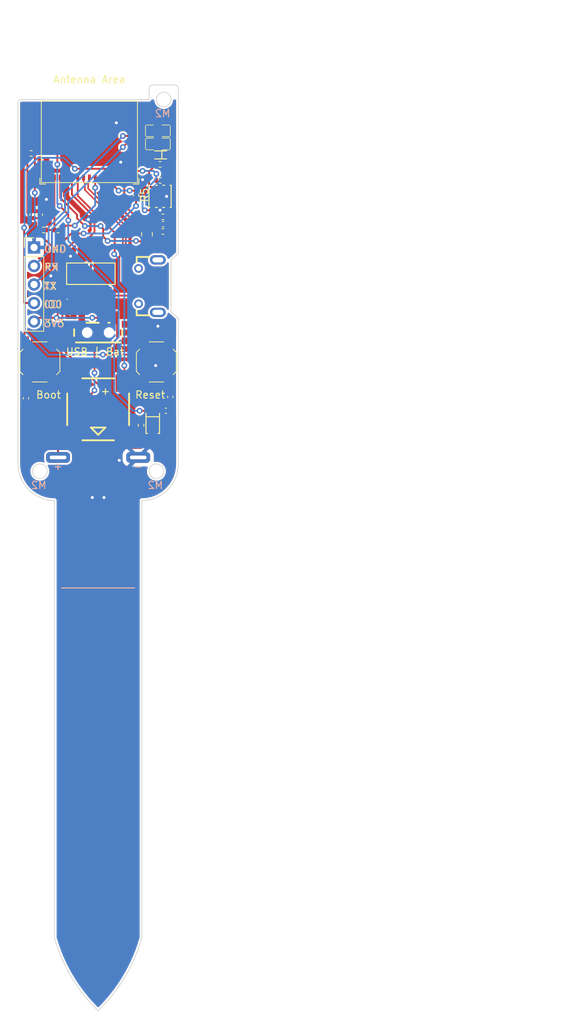
<source format=kicad_pcb>
(kicad_pcb (version 20221018) (generator pcbnew)
  (layers (0 "F.Cu" signal) (31 "B.Cu" signal) (34 "B.Paste" user) (35 "F.Paste" user) (36 "B.SilkS" user "B.Silkscreen") (37 "F.SilkS" user "F.Silkscreen") (38 "B.Mask" user) (39 "F.Mask" user) (44 "Edge.Cuts" user))
  (net 0 "")
  (net 1 "/EN")
  (net 2 "/AD_Capacitance")
  (net 3 "/Light_Sensor_Analog")
  (net 4 "/Light_Sensor_Select_1")
  (net 5 "/Light_Sensor_Select_2")
  (net 6 "+3V3")
  (net 7 "GND")
  (net 8 "/SensorCapV")
  (net 9 "/Voltage_Measurement_Analog")
  (net 10 "/Voltage_Measurement_Select")
  (net 11 "/TX")
  (net 12 "/RX")
  (net 13 "/TH_SDA")
  (net 14 "/TH_SCL")
  (net 15 "/D-")
  (net 16 "/D+")
  (net 17 "/Light_Sensor_In")
  (net 18 "/Buzzer")
  (net 19 "Net-(U7-VIN)")
  (net 21 "/Square_Wave_Signal")
  (net 22 "Net-(U7-VOUT-Pad2)")
  (net 27 "/LED_GREEN")
  (net 28 "/LED_RED")
  (net 31 "Net-(U9-+)")
  (net 32 "/IO9")
  (net 43 "/IO8")
  (footprint "Connector_PinHeader_2.54mm:PinHeader_1x05_P2.54mm_Vertical" (layer "F.Cu") (at 239.74 120.3)
    (fp_text reference "J1" hide)
    (fp_text value "Conn_01x05")
    (pad "1" thru_hole rect (at 0 0) (size 1.7 1.7) (drill 1) (layers "*.Cu" "*.Mask") (net 7 "GND"))
    (pad "2" thru_hole oval (at 0 2.54) (size 1.7 1.7) (drill 1) (layers "*.Cu" "*.Mask") (net 11 "/TX"))
    (pad "3" thru_hole oval (at 0 5.08) (size 1.7 1.7) (drill 1) (layers "*.Cu" "*.Mask") (net 12 "/RX"))
    (pad "4" thru_hole oval (at 0 7.62) (size 1.7 1.7) (drill 1) (layers "*.Cu" "*.Mask") (net 32 "/IO9"))
    (pad "5" thru_hole oval (at 0 10.16) (size 1.7 1.7) (drill 1) (layers "*.Cu" "*.Mask") (net 6 "+3V3"))
  )
  (footprint "Resistor_SMD:R_0402_1005Metric" (layer "F.Cu") (at 241.05 117.9)
    (fp_text reference "R4" hide)
    (fp_text value "5k1")
    (pad "1" smd roundrect (at -0.51 0) (size 0.54 0.64) (layers "F.Cu" "F.Paste" "F.Mask") (net 6 "+3V3"))
    (pad "2" smd roundrect (at 0.51 0) (size 0.54 0.64) (layers "F.Cu" "F.Paste" "F.Mask") (net 9 "/Voltage_Measurement_Analog"))
  )
  (footprint "Resistor_SMD:R_0402_1005Metric" (layer "F.Cu") (at 257.04 108.9)
    (fp_text reference "R2" hide)
    (fp_text value "5k1")
    (pad "1" smd roundrect (at -0.51 0) (size 0.54 0.64) (layers "F.Cu" "F.Paste" "F.Mask") (net 14 "/TH_SCL"))
    (pad "2" smd roundrect (at 0.51 0) (size 0.54 0.64) (layers "F.Cu" "F.Paste" "F.Mask") (net 6 "+3V3"))
  )
  (footprint "Resistor_SMD:R_0402_1005Metric" (layer "F.Cu") (at 253.74 113.1 -90)
    (fp_text reference "R5" (at 0 -1.17 90) (layer "F.SilkS"))
    (fp_text value "10k")
    (pad "1" smd roundrect (at -0.51 0 270) (size 0.54 0.64) (layers "F.Cu" "F.Paste" "F.Mask") (net 43 "/IO8"))
    (pad "2" smd roundrect (at 0.51 0 270) (size 0.54 0.64) (layers "F.Cu" "F.Paste" "F.Mask") (net 6 "+3V3"))
  )
  (footprint "Capacitor_SMD:C_0402_1005Metric" (layer "F.Cu") (at 240.54 115.8 90)
    (fp_text reference "C8" hide)
    (fp_text value "10nF")
    (pad "1" smd roundrect (at -0.48 0 90) (size 0.56 0.62) (layers "F.Cu" "F.Paste" "F.Mask") (net 6 "+3V3"))
    (pad "2" smd roundrect (at 0.48 0 90) (size 0.56 0.62) (layers "F.Cu" "F.Paste" "F.Mask") (net 7 "GND"))
  )
  (footprint "Resistor_SMD:R_0402_1005Metric" (layer "F.Cu") (at 257.43 118.1 180)
    (fp_text reference "R3" hide)
    (fp_text value "1k")
    (pad "1" smd roundrect (at -0.51 0 180) (size 0.54 0.64) (layers "F.Cu" "F.Paste" "F.Mask") (net 3 "/Light_Sensor_Analog"))
    (pad "2" smd roundrect (at 0.51 0 180) (size 0.54 0.64) (layers "F.Cu" "F.Paste" "F.Mask") (net 5 "/Light_Sensor_Select_2"))
  )
  (footprint "Capacitor_SMD:C_0402_1005Metric" (layer "F.Cu") (at 239.54 115.8 90)
    (fp_text reference "C9" hide)
    (fp_text value "10uF")
    (pad "1" smd roundrect (at -0.48 0 90) (size 0.56 0.62) (layers "F.Cu" "F.Paste" "F.Mask") (net 6 "+3V3"))
    (pad "2" smd roundrect (at 0.48 0 90) (size 0.56 0.62) (layers "F.Cu" "F.Paste" "F.Mask") (net 7 "GND"))
  )
  (footprint "CustomFootprints:LED0805-GREEN-RD" (layer "F.Cu") (at 256.74 104.3 180)
    (fp_text reference "D1" hide)
    (fp_text value "GREEN")
    (pad "1" smd rect (at 1.050292 0) (size 1 1.399543) (layers "F.Cu" "F.Paste" "F.Mask") (net 27 "/LED_GREEN"))
    (pad "2" smd rect (at -1.050292 0) (size 1 1.399543) (layers "F.Cu" "F.Paste" "F.Mask") (net 7 "GND"))
  )
  (footprint "Resistor_SMD:R_0402_1005Metric" (layer "F.Cu") (at 243.05 117.9)
    (fp_text reference "R6" hide)
    (fp_text value "2k")
    (pad "1" smd roundrect (at -0.51 0) (size 0.54 0.64) (layers "F.Cu" "F.Paste" "F.Mask") (net 9 "/Voltage_Measurement_Analog"))
    (pad "2" smd roundrect (at 0.51 0) (size 0.54 0.64) (layers "F.Cu" "F.Paste" "F.Mask") (net 10 "/Voltage_Measurement_Select"))
  )
  (footprint "Resistor_SMD:R_0402_1005Metric" (layer "F.Cu") (at 239.34 107.4)
    (fp_text reference "R9" hide)
    (fp_text value "10k")
    (pad "1" smd roundrect (at -0.51 0) (size 0.54 0.64) (layers "F.Cu" "F.Paste" "F.Mask") (net 6 "+3V3"))
    (pad "2" smd roundrect (at 0.51 0) (size 0.54 0.64) (layers "F.Cu" "F.Paste" "F.Mask") (net 1 "/EN"))
  )
  (footprint "CustomFootprints:SW_Push_1P1T_XKB_TS-1187A" (layer "F.Cu") (at 256.54 136 90)
    (fp_text reference "U3" hide)
    (fp_text value "Reset")
    (pad "1" smd rect (at -3 -1.875 90) (size 1 0.75) (layers "F.Cu" "F.Paste" "F.Mask") (net 7 "GND"))
    (pad "1" smd rect (at 3 -1.875 90) (size 1 0.75) (layers "F.Cu" "F.Paste" "F.Mask") (net 7 "GND"))
    (pad "2" smd rect (at -3 1.875 90) (size 1 0.75) (layers "F.Cu" "F.Paste" "F.Mask") (net 1 "/EN"))
    (pad "2" smd rect (at 3 1.875 90) (size 1 0.75) (layers "F.Cu" "F.Paste" "F.Mask") (net 1 "/EN"))
  )
  (footprint "Resistor_SMD:R_0402_1005Metric" (layer "F.Cu") (at 257.04 111.1)
    (fp_text reference "R10" hide)
    (fp_text value "5k1")
    (pad "1" smd roundrect (at -0.51 0) (size 0.54 0.64) (layers "F.Cu" "F.Paste" "F.Mask") (net 13 "/TH_SDA"))
    (pad "2" smd roundrect (at 0.51 0) (size 0.54 0.64) (layers "F.Cu" "F.Paste" "F.Mask") (net 6 "+3V3"))
  )
  (footprint "Espressif:ESP32-C6-MINI-1" (layer "F.Cu") (at 247.34 103.1)
    (fp_text reference "U1" hide)
    (fp_text value "ESP32-C6-MINI-1/U")
    (fp_text user "Antenna Area" (at 0 -5.85) (layer "F.SilkS"))
    (pad "1" smd rect (at -5.9 -1.3 90) (size 0.4 0.8) (layers "F.Cu" "F.Paste" "F.Mask") (net 7 "GND"))
    (pad "2" smd rect (at -5.9 -0.5 90) (size 0.4 0.8) (layers "F.Cu" "F.Paste" "F.Mask") (net 7 "GND"))
    (pad "3" smd rect (at -5.9 0.3 90) (size 0.4 0.8) (layers "F.Cu" "F.Paste" "F.Mask") (net 6 "+3V3"))
    (pad "4" smd rect (at -5.9 1.1 90) (size 0.4 0.8) (layers "F.Cu" "F.Paste" "F.Mask"))
    (pad "5" smd rect (at -5.9 1.9 90) (size 0.4 0.8) (layers "F.Cu" "F.Paste" "F.Mask") (net 2 "/AD_Capacitance"))
    (pad "6" smd rect (at -5.9 2.7 90) (size 0.4 0.8) (layers "F.Cu" "F.Paste" "F.Mask"))
    (pad "7" smd rect (at -5.9 3.5 90) (size 0.4 0.8) (layers "F.Cu" "F.Paste" "F.Mask"))
    (pad "8" smd rect (at -5.9 4.3 90) (size 0.4 0.8) (layers "F.Cu" "F.Paste" "F.Mask") (net 1 "/EN"))
    (pad "9" smd rect (at -5.9 5.1 90) (size 0.4 0.8) (layers "F.Cu" "F.Paste" "F.Mask"))
    (pad "10" smd rect (at -5.9 5.9 90) (size 0.4 0.8) (layers "F.Cu" "F.Paste" "F.Mask"))
    (pad "11" smd rect (at -5.9 6.7 90) (size 0.4 0.8) (layers "F.Cu" "F.Paste" "F.Mask") (net 7 "GND"))
    (pad "12" smd rect (at -4.8 7.6) (size 0.4 0.8) (layers "F.Cu" "F.Paste" "F.Mask") (net 9 "/Voltage_Measurement_Analog"))
    (pad "13" smd rect (at -4 7.6) (size 0.4 0.8) (layers "F.Cu" "F.Paste" "F.Mask") (net 3 "/Light_Sensor_Analog"))
    (pad "14" smd rect (at -3.2 7.6) (size 0.4 0.8) (layers "F.Cu" "F.Paste" "F.Mask") (net 7 "GND"))
    (pad "15" smd rect (at -2.4 7.6) (size 0.4 0.8) (layers "F.Cu" "F.Paste" "F.Mask") (net 21 "/Square_Wave_Signal"))
    (pad "16" smd rect (at -1.6 7.6) (size 0.4 0.8) (layers "F.Cu" "F.Paste" "F.Mask") (net 18 "/Buzzer"))
    (pad "17" smd rect (at -0.8 7.6) (size 0.4 0.8) (layers "F.Cu" "F.Paste" "F.Mask") (net 15 "/D-"))
    (pad "18" smd rect (at 0 7.6) (size 0.4 0.8) (layers "F.Cu" "F.Paste" "F.Mask") (net 16 "/D+"))
    (pad "19" smd rect (at 0.8 7.6) (size 0.4 0.8) (layers "F.Cu" "F.Paste" "F.Mask") (net 10 "/Voltage_Measurement_Select"))
    (pad "20" smd rect (at 1.6 7.6) (size 0.4 0.8) (layers "F.Cu" "F.Paste" "F.Mask") (net 5 "/Light_Sensor_Select_2"))
    (pad "21" smd rect (at 2.4 7.6) (size 0.4 0.8) (layers "F.Cu" "F.Paste" "F.Mask"))
    (pad "22" smd rect (at 3.2 7.6) (size 0.4 0.8) (layers "F.Cu" "F.Paste" "F.Mask") (net 43 "/IO8"))
    (pad "23" smd rect (at 4 7.6) (size 0.4 0.8) (layers "F.Cu" "F.Paste" "F.Mask") (net 32 "/IO9"))
    (pad "24" smd rect (at 4.8 7.6) (size 0.4 0.8) (layers "F.Cu" "F.Paste" "F.Mask") (net 4 "/Light_Sensor_Select_1"))
    (pad "25" smd rect (at 5.9 6.7 90) (size 0.4 0.8) (layers "F.Cu" "F.Paste" "F.Mask") (net 13 "/TH_SDA"))
    (pad "26" smd rect (at 5.9 5.9 90) (size 0.4 0.8) (layers "F.Cu" "F.Paste" "F.Mask") (net 14 "/TH_SCL"))
    (pad "27" smd rect (at 5.9 5.1 90) (size 0.4 0.8) (layers "F.Cu" "F.Paste" "F.Mask") (net 17 "/Light_Sensor_In"))
    (pad "28" smd rect (at 5.9 4.3 90) (size 0.4 0.8) (layers "F.Cu" "F.Paste" "F.Mask") (net 28 "/LED_RED"))
    (pad "29" smd rect (at 5.9 3.5 90) (size 0.4 0.8) (layers "F.Cu" "F.Paste" "F.Mask") (net 27 "/LED_GREEN"))
    (pad "30" smd rect (at 5.9 2.7 90) (size 0.4 0.8) (layers "F.Cu" "F.Paste" "F.Mask") (net 12 "/RX"))
    (pad "31" smd rect (at 5.9 1.9 90) (size 0.4 0.8) (layers "F.Cu" "F.Paste" "F.Mask") (net 11 "/TX"))
    (pad "32" smd rect (at 5.9 1.1 90) (size 0.4 0.8) (layers "F.Cu" "F.Paste" "F.Mask"))
    (pad "33" smd rect (at 5.9 0.3 90) (size 0.4 0.8) (layers "F.Cu" "F.Paste" "F.Mask"))
    (pad "34" smd rect (at 5.9 -0.5 90) (size 0.4 0.8) (layers "F.Cu" "F.Paste" "F.Mask"))
    (pad "35" smd rect (at 5.9 -1.3 90) (size 0.4 0.8) (layers "F.Cu" "F.Paste" "F.Mask"))
    (pad "36" smd rect (at 4.8 -2.2) (size 0.4 0.8) (layers "F.Cu" "F.Paste" "F.Mask") (net 7 "GND"))
    (pad "37" smd rect (at 4 -2.2) (size 0.4 0.8) (layers "F.Cu" "F.Paste" "F.Mask") (net 7 "GND"))
    (pad "38" smd rect (at 3.2 -2.2) (size 0.4 0.8) (layers "F.Cu" "F.Paste" "F.Mask") (net 7 "GND"))
    (pad "39" smd rect (at 2.4 -2.2) (size 0.4 0.8) (layers "F.Cu" "F.Paste" "F.Mask") (net 7 "GND"))
    (pad "40" smd rect (at 1.6 -2.2) (size 0.4 0.8) (layers "F.Cu" "F.Paste" "F.Mask") (net 7 "GND"))
    (pad "41" smd rect (at 0.8 -2.2) (size 0.4 0.8) (layers "F.Cu" "F.Paste" "F.Mask") (net 7 "GND"))
    (pad "42" smd rect (at 0 -2.2) (size 0.4 0.8) (layers "F.Cu" "F.Paste" "F.Mask") (net 7 "GND"))
    (pad "43" smd rect (at -0.8 -2.2) (size 0.4 0.8) (layers "F.Cu" "F.Paste" "F.Mask") (net 7 "GND"))
    (pad "44" smd rect (at -1.6 -2.2) (size 0.4 0.8) (layers "F.Cu" "F.Paste" "F.Mask") (net 7 "GND"))
    (pad "45" smd rect (at -2.4 -2.2) (size 0.4 0.8) (layers "F.Cu" "F.Paste" "F.Mask") (net 7 "GND"))
    (pad "46" smd rect (at -3.2 -2.2) (size 0.4 0.8) (layers "F.Cu" "F.Paste" "F.Mask") (net 7 "GND"))
    (pad "47" smd rect (at -4 -2.2) (size 0.4 0.8) (layers "F.Cu" "F.Paste" "F.Mask") (net 7 "GND"))
    (pad "48" smd rect (at -4.8 -2.2) (size 0.4 0.8) (layers "F.Cu" "F.Paste" "F.Mask") (net 7 "GND"))
    (pad "49" smd custom (at -1.975 0.725) (size 0.8 0.8) (layers "F.Cu" "F.Paste" "F.Mask") (net 7 "GND") (options (clearance outline) (anchor rect)) (primitives (gr_poly (pts (xy 0.725 0.725) (xy -0.725 0.725) (xy -0.725 -0.125) (xy -0.125 -0.725) (xy 0.725 -0.725)) (width 0) (fill yes))))
    (pad "49" smd rect (at -1.975 2.7 90) (size 1.45 1.45) (layers "F.Cu" "F.Paste" "F.Mask") (net 7 "GND"))
    (pad "49" smd rect (at -1.975 4.675 90) (size 1.45 1.45) (layers "F.Cu" "F.Paste" "F.Mask") (net 7 "GND"))
    (pad "49" smd rect (at 0 0.725 90) (size 1.45 1.45) (layers "F.Cu" "F.Paste" "F.Mask") (net 7 "GND"))
    (pad "49" smd rect (at 0 2.7 90) (size 1.45 1.45) (layers "F.Cu" "F.Paste" "F.Mask") (net 7 "GND"))
    (pad "49" smd rect (at 0 4.675 90) (size 1.45 1.45) (layers "F.Cu" "F.Paste" "F.Mask") (net 7 "GND"))
    (pad "49" smd rect (at 1.975 0.725 90) (size 1.45 1.45) (layers "F.Cu" "F.Paste" "F.Mask") (net 7 "GND"))
    (pad "49" smd rect (at 1.975 2.7 90) (size 1.45 1.45) (layers "F.Cu" "F.Paste" "F.Mask") (net 7 "GND"))
    (pad "49" smd rect (at 1.975 4.675 90) (size 1.45 1.45) (layers "F.Cu" "F.Paste" "F.Mask") (net 7 "GND"))
    (pad "50" smd rect (at 5.95 -2.25 90) (size 0.7 0.7) (layers "F.Cu" "F.Paste" "F.Mask") (net 7 "GND"))
    (pad "51" smd rect (at 5.95 7.65 90) (size 0.7 0.7) (layers "F.Cu" "F.Paste" "F.Mask") (net 7 "GND"))
    (pad "52" smd rect (at -5.95 7.65 90) (size 0.7 0.7) (layers "F.Cu" "F.Paste" "F.Mask") (net 7 "GND"))
    (pad "53" smd rect (at -5.95 -2.25 90) (size 0.7 0.7) (layers "F.Cu" "F.Paste" "F.Mask") (net 7 "GND"))
    (zone (net 0) (net_name "") (layers "*.Cu") (name "antenna keepout") (connect_pads (clearance 0)) (min_thickness 0.254)
      (keepout (tracks not_allowed) (vias not_allowed) (pads not_allowed) (copperpour not_allowed) (footprints not_allowed))
      (fill (thermal_gap 0.508) (thermal_bridge_width 0.508))
      (polygon (pts (xy 253.94 100.2) (xy 240.74 100.2) (xy 240.74 94.8) (xy 253.94 94.8)))
    )
  )
  (footprint "CustomFootprints:SW_Push_1P1T_XKB_TS-1187A" (layer "F.Cu") (at 240.54 136 -90)
    (fp_text reference "U4" hide)
    (fp_text value "Boot")
    (pad "1" smd rect (at -3 -1.875 270) (size 1 0.75) (layers "F.Cu" "F.Paste" "F.Mask") (net 7 "GND"))
    (pad "1" smd rect (at 3 -1.875 270) (size 1 0.75) (layers "F.Cu" "F.Paste" "F.Mask") (net 7 "GND"))
    (pad "2" smd rect (at -3 1.875 270) (size 1 0.75) (layers "F.Cu" "F.Paste" "F.Mask") (net 32 "/IO9"))
    (pad "2" smd rect (at 3 1.875 270) (size 1 0.75) (layers "F.Cu" "F.Paste" "F.Mask") (net 32 "/IO9"))
  )
  (footprint "CustomFootprints:SENSOR-SMD_L3.0-W3.0-P1.00-BR" (layer "F.Cu") (at 257.040152 113.289561 90)
    (fp_text reference "U5" hide)
    (fp_text value "Temp/Humid-Sensor")
    (pad "1" smd rect (at 0.999975 0.999975 270) (size 0.8 0.5) (layers "F.Cu" "F.Paste" "F.Mask"))
    (pad "2" smd rect (at 0.999975 -0.000025 270) (size 0.8 0.5) (layers "F.Cu" "F.Paste" "F.Mask") (net 6 "+3V3"))
    (pad "3" smd rect (at 0.999975 -1.000025 270) (size 0.8 0.5) (layers "F.Cu" "F.Paste" "F.Mask") (net 14 "/TH_SCL"))
    (pad "4" smd rect (at -1.000025 -1.000025 270) (size 0.8 0.5) (layers "F.Cu" "F.Paste" "F.Mask") (net 13 "/TH_SDA"))
    (pad "5" smd rect (at -1.000025 -0.000025 270) (size 0.8 0.5) (layers "F.Cu" "F.Paste" "F.Mask") (net 7 "GND"))
    (pad "6" smd rect (at -1.000025 0.999975 270) (size 0.8 0.5) (layers "F.Cu" "F.Paste" "F.Mask"))
  )
  (footprint "CustomFootprints:SOD-123F_L2.7-W1.6-LS3.8-RD" (layer "F.Cu") (at 256.04 144.43495 -90)
    (fp_text reference "D2" hide)
    (fp_text value "SOD-123-Switching-Diode")
    (pad "1" smd rect (at -1.73495 0 270) (size 1.1 1) (layers "F.Cu" "F.Paste" "F.Mask") (net 2 "/AD_Capacitance"))
    (pad "2" smd rect (at 1.73495 0 270) (size 1.1 1) (layers "F.Cu" "F.Paste" "F.Mask") (net 8 "/SensorCapV"))
  )
  (footprint "CustomFootprints:MICRO-USB-SMD_5P-P0.65-H-F_C10418" (layer "F.Cu") (at 255.415032 125.599949 90)
    (fp_text reference "USB1" hide)
    (fp_text value "micro_USBFemale")
    (pad "1" smd rect (at -1.299975 -1.324765) (size 1.250013 0.4) (layers "F.Cu" "F.Paste" "F.Mask") (net 19 "Net-(U7-VIN)"))
    (pad "2" smd rect (at -0.649987 -1.324765) (size 1.250013 0.4) (layers "F.Cu" "F.Paste" "F.Mask") (net 15 "/D-"))
    (pad "3" smd rect (at 0 -1.324765) (size 1.250013 0.4) (layers "F.Cu" "F.Paste" "F.Mask") (net 16 "/D+"))
    (pad "4" smd rect (at 0.649987 -1.324765) (size 1.250013 0.4) (layers "F.Cu" "F.Paste" "F.Mask"))
    (pad "5" smd rect (at 1.299975 -1.324765) (size 1.250013 0.4) (layers "F.Cu" "F.Paste" "F.Mask") (net 7 "GND"))
    (pad "SH0" thru_hole circle (at -2.424943 -1.325019 90) (size 1.2 1.2) (drill 0.700025) (layers "*.Cu" "*.Mask"))
    (pad "SH1" thru_hole oval (at -3.599949 1.324968 90) (size 1.3 2.2) (drill oval 0.700025 1.500127) (layers "*.Cu" "*.Mask"))
    (pad "SH2" thru_hole oval (at 3.599949 1.324968 90) (size 1.3 2.2) (drill oval 0.700025 1.500127) (layers "*.Cu" "*.Mask"))
    (pad "SH3" thru_hole circle (at 2.424943 -1.325019 90) (size 1.2 1.2) (drill 0.700025) (layers "*.Cu" "*.Mask"))
  )
  (footprint "CustomFootprints:LED0805-RD_RED" (layer "F.Cu") (at 256.74 106.099898 180)
    (fp_text reference "D3" hide)
    (fp_text value "RED")
    (pad "1" smd rect (at -1.100127 -0.000102) (size 1 1.250013) (layers "F.Cu" "F.Paste" "F.Mask") (net 7 "GND"))
    (pad "2" smd rect (at 1.100025 -0.000102) (size 1 1.250013) (layers "F.Cu" "F.Paste" "F.Mask") (net 28 "/LED_RED"))
  )
  (footprint "Resistor_SMD:R_0402_1005Metric" (layer "F.Cu") (at 254.44 144.7 90)
    (fp_text reference "R8" hide)
    (fp_text value "10k")
    (pad "1" smd roundrect (at -0.51 0 90) (size 0.54 0.64) (layers "F.Cu" "F.Paste" "F.Mask") (net 8 "/SensorCapV"))
    (pad "2" smd roundrect (at 0.51 0 90) (size 0.54 0.64) (layers "F.Cu" "F.Paste" "F.Mask") (net 21 "/Square_Wave_Signal"))
  )
  (footprint "CustomFootprints:BUZ-SMD_4P-L8.5-W8.5-P8.50-BR" (layer "F.Cu") (at 248.54 142.5 180)
    (fp_text reference "BZ1" hide)
    (fp_text value "Buzzer")
    (fp_text user "+" (at -0.999873 2.500381) (layer "F.SilkS"))
    (pad "1" smd rect (at -3.599822 3.599949 180) (size 2.400051 2.400051) (layers "F.Cu" "F.Paste" "F.Mask") (net 18 "/Buzzer"))
    (pad "2" smd rect (at 3.599822 3.599949 180) (size 2.400051 2.400051) (layers "F.Cu" "F.Paste" "F.Mask") (net 7 "GND"))
    (pad "3" smd rect (at 3.599568 -3.599695 180) (size 2.400051 2.400051) (layers "F.Cu" "F.Paste" "F.Mask"))
    (pad "4" smd rect (at -3.599822 -3.599949 180) (size 2.400051 2.400051) (layers "F.Cu" "F.Paste" "F.Mask"))
  )
  (footprint "Capacitor_SMD:C_0402_1005Metric" (layer "F.Cu") (at 257.46 117.1 180)
    (fp_text reference "C5" hide)
    (fp_text value "100nF")
    (pad "1" smd roundrect (at -0.48 0 180) (size 0.56 0.62) (layers "F.Cu" "F.Paste" "F.Mask") (net 3 "/Light_Sensor_Analog"))
    (pad "2" smd roundrect (at 0.48 0 180) (size 0.56 0.62) (layers "F.Cu" "F.Paste" "F.Mask") (net 4 "/Light_Sensor_Select_1"))
  )
  (footprint "Capacitor_SMD:C_0402_1005Metric" (layer "F.Cu") (at 238.64 140.98 90)
    (fp_text reference "C2" hide)
    (fp_text value "100nF")
    (pad "1" smd roundrect (at -0.48 0 90) (size 0.56 0.62) (layers "F.Cu" "F.Paste" "F.Mask") (net 7 "GND"))
    (pad "2" smd roundrect (at 0.48 0 90) (size 0.56 0.62) (layers "F.Cu" "F.Paste" "F.Mask") (net 32 "/IO9"))
  )
  (footprint "Capacitor_SMD:C_0402_1005Metric" (layer "F.Cu") (at 257.84 142.7 180)
    (fp_text reference "C3" hide)
    (fp_text value "150pF")
    (pad "1" smd roundrect (at -0.48 0 180) (size 0.56 0.62) (layers "F.Cu" "F.Paste" "F.Mask") (net 7 "GND"))
    (pad "2" smd roundrect (at 0.48 0 180) (size 0.56 0.62) (layers "F.Cu" "F.Paste" "F.Mask") (net 2 "/AD_Capacitance"))
  )
  (footprint "Resistor_SMD:R_0402_1005Metric" (layer "F.Cu") (at 257.43 116.1 180)
    (fp_text reference "R1" hide)
    (fp_text value "10M")
    (pad "1" smd roundrect (at -0.51 0 180) (size 0.54 0.64) (layers "F.Cu" "F.Paste" "F.Mask") (net 3 "/Light_Sensor_Analog"))
    (pad "2" smd roundrect (at 0.51 0 180) (size 0.54 0.64) (layers "F.Cu" "F.Paste" "F.Mask") (net 4 "/Light_Sensor_Select_1"))
  )
  (footprint "Capacitor_SMD:C_0402_1005Metric" (layer "F.Cu") (at 258.44 140.8 90)
    (fp_text reference "C1" hide)
    (fp_text value "100nF")
    (pad "1" smd roundrect (at -0.48 0 90) (size 0.56 0.62) (layers "F.Cu" "F.Paste" "F.Mask") (net 7 "GND"))
    (pad "2" smd roundrect (at 0.48 0 90) (size 0.56 0.62) (layers "F.Cu" "F.Paste" "F.Mask") (net 1 "/EN"))
  )
  (footprint "CustomFootprints:SOT-223-3_L6.5-W3.4-P2.30-LS7.0-BR" (layer "F.Cu") (at 247.54 124 -90)
    (fp_text reference "U7" hide)
    (fp_text value "AMS1117-3_3")
    (pad "1" smd rect (at 2.969952 2.299975 270) (size 2.5 1.1) (layers "F.Cu" "F.Paste" "F.Mask") (net 7 "GND"))
    (pad "2" smd rect (at 2.969952 0 270) (size 2.5 1.1) (layers "F.Cu" "F.Paste" "F.Mask") (net 22 "Net-(U7-VOUT-Pad2)"))
    (pad "3" smd rect (at 2.969952 -2.299975 270) (size 2.5 1.1) (layers "F.Cu" "F.Paste" "F.Mask") (net 19 "Net-(U7-VIN)"))
    (pad "4" smd rect (at -2.969977 0 270) (size 2.340005 3.6) (layers "F.Cu" "F.Paste" "F.Mask") (net 22 "Net-(U7-VOUT-Pad2)"))
  )
  (footprint "CustomFootprints:SENSORS-SMD_ALS-PT19" (layer "F.Cu") (at 257.14 107.6)
    (fp_text reference "U6" hide)
    (fp_text value "Light sensor")
    (pad "1" smd rect (at -0.750064 0 180) (size 0.8 0.8) (layers "F.Cu" "F.Paste" "F.Mask") (net 17 "/Light_Sensor_In"))
    (pad "2" smd rect (at 0.750064 0 180) (size 0.8 0.8) (layers "F.Cu" "F.Paste" "F.Mask") (net 3 "/Light_Sensor_Analog"))
  )
  (footprint "CustomFootprints:SW-SMD_MK-12C02-G025" (layer "F.Cu") (at 248.54 131.529007)
    (fp_text reference "U8" hide)
    (fp_text value "MK-12C02-G025")
    (pad "" np_thru_hole circle (at -1.5 0.448311) (size 0.849987 0.849987) (drill 0.849987) (layers "*.Cu" "*.Mask"))
    (pad "" np_thru_hole circle (at 1.5 0.448311) (size 0.849987 0.849987) (drill 0.849987) (layers "*.Cu" "*.Mask"))
    (pad "1" smd rect (at -2.250064 -1.583439) (size 0.9 1.8) (layers "F.Cu" "F.Paste" "F.Mask") (net 22 "Net-(U7-VOUT-Pad2)"))
    (pad "2" smd rect (at 0.749936 -1.583439) (size 0.9 1.8) (layers "F.Cu" "F.Paste" "F.Mask") (net 6 "+3V3"))
    (pad "3" smd rect (at 2.249809 -1.583439) (size 0.9 1.8) (layers "F.Cu" "F.Paste" "F.Mask") (net 31 "Net-(U9-+)"))
    (pad "4" smd rect (at 3.799975 -0.686563) (size 1.1 0.929997) (layers "F.Cu" "F.Paste" "F.Mask"))
    (pad "5" smd rect (at 3.799975 1.583439) (size 1.1 0.929997) (layers "F.Cu" "F.Paste" "F.Mask"))
    (pad "6" smd rect (at -3.799975 1.583439) (size 1.1 0.929997) (layers "F.Cu" "F.Paste" "F.Mask"))
    (pad "7" smd rect (at -3.799975 -0.686563) (size 1.1 0.929997) (layers "F.Cu" "F.Paste" "F.Mask"))
  )
  (footprint "Capacitor_SMD:C_0805_2012Metric" (layer "F.Cu") (at 255.24 118.5 90)
    (fp_text reference "C7" hide)
    (fp_text value "47uF")
    (pad "1" smd roundrect (at -0.95 0 90) (size 1 1.45) (layers "F.Cu" "F.Paste" "F.Mask") (net 3 "/Light_Sensor_Analog"))
    (pad "2" smd roundrect (at 0.95 0 90) (size 1 1.45) (layers "F.Cu" "F.Paste" "F.Mask") (net 5 "/Light_Sensor_Select_2"))
  )
  (footprint "CustomFootprints:AAA Battery-spring" (layer "B.Cu") (at 248.54 149.1 180)
    (fp_text reference "U9" hide)
    (fp_text value "~")
    (pad "1" thru_hole roundrect (at -5.5 0 180) (size 3.3 1.5) (drill oval 2.3 0.5) (layers "*.Cu" "*.Mask") (roundrect_rratio 0.3333333333) (net 7 "GND"))
    (pad "2" thru_hole roundrect (at 5.5 0 180) (size 3.3 1.5) (drill oval 2.3 0.5) (layers "*.Cu" "*.Mask") (roundrect_rratio 0.3333333333) (net 31 "Net-(U9-+)"))
  )
  (gr_line (start 243.54 167) (end 253.54 167) (stroke (width 0.15)) (layer "B.SilkS"))
  (gr_line (start 243.54 167) (end 253.54 167) (stroke (width 0.15)) (layer "F.SilkS"))
  (gr_line (start 237.54 150) (end 237.54 100.5) (stroke (width 0.1)) (layer "Edge.Cuts"))
  (gr_arc (start 259.04 98) (mid 259.393553 98.146447) (end 259.54 98.5) (stroke (width 0.1)) (layer "Edge.Cuts"))
  (gr_line (start 259.54 98.5) (end 259.54 121.1) (stroke (width 0.1)) (layer "Edge.Cuts"))
  (gr_line (start 259.54 130) (end 259.54 150) (stroke (width 0.1)) (layer "Edge.Cuts"))
  (gr_circle (center 240.54 151) (end 241.54 151) (stroke (width 0.1)) (fill none) (layer "Edge.Cuts"))
  (gr_arc (start 259.54 150) (mid 258.075534 153.535534) (end 254.54 155) (stroke (width 0.1)) (layer "Edge.Cuts"))
  (gr_arc (start 242.54 155) (mid 239.004466 153.535534) (end 237.54 150) (stroke (width 0.1)) (layer "Edge.Cuts"))
  (gr_line (start 256.04 98) (end 259.04 98) (stroke (width 0.1)) (layer "Edge.Cuts"))
  (gr_arc (start 248.54 225) (mid 244.881738 220.394957) (end 242.54 215) (stroke (width 0.1)) (layer "Edge.Cuts"))
  (gr_arc (start 255.54 98.5) (mid 255.686447 98.146447) (end 256.04 98) (stroke (width 0.1)) (layer "Edge.Cuts"))
  (gr_arc (start 254.54 215) (mid 252.198262 220.394957) (end 248.54 225) (stroke (width 0.1)) (layer "Edge.Cuts"))
  (gr_line (start 255.54 100) (end 255.54 98.5) (stroke (width 0.1)) (layer "Edge.Cuts"))
  (gr_line (start 242.54 155) (end 242.54 215) (stroke (width 0.1)) (layer "Edge.Cuts"))
  (gr_line (start 258.54 122) (end 259.54 121.1) (stroke (width 0.1)) (layer "Edge.Cuts"))
  (gr_circle (center 257.54 100) (end 258.54 100) (stroke (width 0.1)) (fill none) (layer "Edge.Cuts"))
  (gr_circle (center 256.54 151) (end 257.54 151) (stroke (width 0.1)) (fill none) (layer "Edge.Cuts"))
  (gr_line (start 258.54 122) (end 258.54 129.1) (stroke (width 0.1)) (layer "Edge.Cuts"))
  (gr_line (start 238.04 100) (end 255.54 100) (stroke (width 0.1)) (layer "Edge.Cuts"))
  (gr_line (start 254.54 155) (end 254.54 215) (stroke (width 0.1)) (layer "Edge.Cuts"))
  (gr_line (start 258.54 129.1) (end 259.54 130) (stroke (width 0.1)) (layer "Edge.Cuts"))
  (gr_arc (start 237.54 100.5) (mid 237.686447 100.146447) (end 238.04 100) (stroke (width 0.1)) (layer "Edge.Cuts"))
  (gr_text "RX" (at 243.24 123.6) (layer "B.SilkS") (effects (font (size 1 1)) (justify left bottom mirror)))
  (gr_text "-" (at 254.74 150.9) (layer "B.SilkS") (effects (font (size 1 1)) (justify left bottom mirror)))
  (gr_text "M2" (at 258.54 102.5) (layer "B.SilkS") (effects (font (size 1 1)) (justify left bottom mirror)))
  (gr_text "+" (at 243.74 150.9) (layer "B.SilkS") (effects (font (size 1 1)) (justify left bottom mirror)))
  (gr_text "IO0" (at 243.64 128.7) (layer "B.SilkS") (effects (font (size 1 1)) (justify left bottom mirror)))
  (gr_text "3V3" (at 243.94 131.3) (layer "B.SilkS") (effects (font (size 1 1)) (justify left bottom mirror)))
  (gr_text "TX" (at 242.84 126.2) (layer "B.SilkS") (effects (font (size 1 1)) (justify left bottom mirror)))
  (gr_text "M2" (at 257.54 153.5) (layer "B.SilkS") (effects (font (size 1 1)) (justify left bottom mirror)))
  (gr_text "GND" (at 244.24 121.1) (layer "B.SilkS") (effects (font (size 1 1)) (justify left bottom mirror)))
  (gr_text "M2" (at 241.54 153.5) (layer "B.SilkS") (effects (font (size 1 1)) (justify left bottom mirror)))
  (gr_text "IO0" (at 241.04 128.7) (layer "F.SilkS") (effects (font (size 1 1)) (justify left bottom)))
  (gr_text "GND" (at 241.04 121.1) (layer "F.SilkS") (effects (font (size 1 1)) (justify left bottom)))
  (gr_text "RX" (at 241.04 123.6) (layer "F.SilkS") (effects (font (size 1 1)) (justify left bottom)))
  (gr_text "USB | Bat" (at 244.04 135.2) (layer "F.SilkS") (effects (font (size 1 1)) (justify left bottom)))
  (gr_text "Boot" (at 239.94 141.1) (layer "F.SilkS") (effects (font (size 1 1)) (justify left bottom)))
  (gr_text "Reset" (at 253.54 141.1) (layer "F.SilkS") (effects (font (size 1 1)) (justify left bottom)))
  (gr_text "TX" (at 241.04 126.2) (layer "F.SilkS") (effects (font (size 1 1)) (justify left bottom)))
  (gr_text "3V3" (at 241.04 131.3) (layer "F.SilkS") (effects (font (size 1 1)) (justify left bottom)))
  (segment (start 249.190006 135) (end 256.415 135) (width 0.25) (layer "F.Cu") (net 1))
  (segment (start 239.85 112.8) (end 239.85 107.4) (width 0.25) (layer "F.Cu") (net 1))
  (segment (start 256.415 135) (end 258.415 133) (width 0.25) (layer "F.Cu") (net 1))
  (segment (start 258.415 139) (end 258.415 133) (width 0.25) (layer "F.Cu") (net 1))
  (segment (start 258.415 140.295) (end 258.44 140.32) (width 0.25) (layer "F.Cu") (net 1))
  (segment (start 239.85 107.4) (end 241.44 107.4) (width 0.25) (layer "F.Cu") (net 1))
  (segment (start 258.415 139) (end 258.415 140.295) (width 0.25) (layer "F.Cu") (net 1))
  (via (at 249.190006 135) (size 0.8) (drill 0.4) (layers "F.Cu" "B.Cu") (net 1))
  (via (at 239.85 112.8) (size 0.8) (drill 0.4) (layers "F.Cu" "B.Cu") (net 1))
  (segment (start 238.44 118.562653) (end 238.44 131.7) (width 0.25) (layer "B.Cu") (net 1))
  (segment (start 238.44 131.7) (end 241.74 135) (width 0.25) (layer "B.Cu") (net 1))
  (segment (start 239.85 112.8) (end 239.85 117.152653) (width 0.25) (layer "B.Cu") (net 1))
  (segment (start 239.85 117.152653) (end 238.44 118.562653) (width 0.25) (layer "B.Cu") (net 1))
  (segment (start 241.74 135) (end 249.190006 135) (width 0.25) (layer "B.Cu") (net 1))
  (segment (start 244.44 115.7755) (end 243.2645 114.6) (width 0.25) (layer "F.Cu") (net 2))
  (segment (start 242.94 108.9) (end 242.94 106.05) (width 0.25) (layer "F.Cu") (net 2))
  (segment (start 242.94 106.05) (end 241.89 105) (width 0.25) (layer "F.Cu") (net 2))
  (segment (start 254.24 142.7) (end 256.04 142.7) (width 0.25) (layer "F.Cu") (net 2))
  (segment (start 241.89 105) (end 241.44 105) (width 0.25) (layer "F.Cu") (net 2))
  (segment (start 257.36 142.7) (end 256.04 142.7) (width 0.25) (layer "F.Cu") (net 2))
  (segment (start 244.44 116.5755) (end 244.44 115.7755) (width 0.25) (layer "F.Cu") (net 2))
  (via (at 244.44 116.5755) (size 0.8) (drill 0.4) (layers "F.Cu" "B.Cu") (net 2))
  (via (at 254.24 142.7) (size 0.8) (drill 0.4) (layers "F.Cu" "B.Cu") (net 2))
  (via (at 243.2645 114.6) (size 0.8) (drill 0.4) (layers "F.Cu" "B.Cu") (net 2))
  (via (at 242.94 108.9) (size 0.8) (drill 0.4) (layers "F.Cu" "B.Cu") (net 2))
  (segment (start 251.34 132.6) (end 250.74 133.2) (width 0.25) (layer "B.Cu") (net 2))
  (segment (start 250.74 140.1) (end 253.34 142.7) (width 0.25) (layer "B.Cu") (net 2))
  (segment (start 242.94 114.2755) (end 243.2645 114.6) (width 0.25) (layer "B.Cu") (net 2))
  (segment (start 244.44 116.7) (end 244.44 116.5755) (width 0.25) (layer "B.Cu") (net 2))
  (segment (start 253.34 142.7) (end 254.24 142.7) (width 0.25) (layer "B.Cu") (net 2))
  (segment (start 244.44 119.418198) (end 251.34 126.318198) (width 0.25) (layer "B.Cu") (net 2))
  (segment (start 244.44 116.7) (end 244.44 119.418198) (width 0.25) (layer "B.Cu") (net 2))
  (segment (start 242.94 108.9) (end 242.94 114.2755) (width 0.25) (layer "B.Cu") (net 2))
  (segment (start 250.74 133.2) (end 250.74 140.1) (width 0.25) (layer "B.Cu") (net 2))
  (segment (start 251.34 126.318198) (end 251.34 132.6) (width 0.25) (layer "B.Cu") (net 2))
  (segment (start 257.94 118.1) (end 256.59 119.45) (width 0.25) (layer "F.Cu") (net 3))
  (segment (start 253.79 119.45) (end 253.74 119.4) (width 0.25) (layer "F.Cu") (net 3))
  (segment (start 255.24 119.45) (end 253.79 119.45) (width 0.25) (layer "F.Cu") (net 3))
  (segment (start 249.24 118.8) (end 249.84 119.4) (width 0.25) (layer "F.Cu") (net 3))
  (segment (start 246.7155 117.362299) (end 245.64 116.286799) (width 0.25) (layer "F.Cu") (net 3))
  (segment (start 245.64 115.8) (end 243.34 113.5) (width 0.25) (layer "F.Cu") (net 3))
  (segment (start 243.34 113.5) (end 243.34 110.7) (width 0.25) (layer "F.Cu") (net 3))
  (segment (start 257.94 117.1) (end 257.94 116.1) (width 0.25) (layer "F.Cu") (net 3))
  (segment (start 258.84 114.9) (end 258.84 108.549936) (width 0.25) (layer "F.Cu") (net 3))
  (segment (start 248.877701 117.362299) (end 249.24 117.724598) (width 0.25) (layer "F.Cu") (net 3))
  (segment (start 257.94 115.8) (end 258.84 114.9) (width 0.25) (layer "F.Cu") (net 3))
  (segment (start 258.84 108.549936) (end 257.890064 107.6) (width 0.25) (layer "F.Cu") (net 3))
  (segment (start 257.94 116.1) (end 257.94 115.8) (width 0.25) (layer "F.Cu") (net 3))
  (segment (start 257.94 118.1) (end 257.94 117.1) (width 0.25) (layer "F.Cu") (net 3))
  (segment (start 245.64 116.286799) (end 245.64 115.8) (width 0.25) (layer "F.Cu") (net 3))
  (segment (start 256.59 119.45) (end 255.24 119.45) (width 0.25) (layer "F.Cu") (net 3))
  (segment (start 249.24 117.724598) (end 249.24 118.8) (width 0.25) (layer "F.Cu") (net 3))
  (via (at 249.84 119.4) (size 0.8) (drill 0.4) (layers "F.Cu" "B.Cu") (net 3))
  (via (at 246.7155 117.362299) (size 0.8) (drill 0.4) (layers "F.Cu" "B.Cu") (net 3))
  (via (at 248.877701 117.362299) (size 0.8) (drill 0.4) (layers "F.Cu" "B.Cu") (net 3))
  (via (at 253.74 119.4) (size 0.8) (drill 0.4) (layers "F.Cu" "B.Cu") (net 3))
  (segment (start 246.7155 117.362299) (end 248.877701 117.362299) (width 0.25) (layer "B.Cu") (net 3))
  (segment (start 253.74 119.4) (end 249.84 119.4) (width 0.25) (layer "B.Cu") (net 3))
  (segment (start 252.14 114.5) (end 252.14 110.7) (width 0.25) (layer "F.Cu") (net 4))
  (segment (start 256.98 117.1) (end 256.98 116.16) (width 0.25) (layer "F.Cu") (net 4))
  (segment (start 256.92 116.1) (end 253.74 116.1) (width 0.25) (layer "F.Cu") (net 4))
  (segment (start 256.98 116.16) (end 256.92 116.1) (width 0.25) (layer "F.Cu") (net 4))
  (segment (start 253.74 116.1) (end 252.14 114.5) (width 0.25) (layer "F.Cu") (net 4))
  (segment (start 248.94 112.2) (end 248.94 110.7) (width 0.25) (layer "F.Cu") (net 5))
  (segment (start 254.29 117.55) (end 248.94 112.2) (width 0.25) (layer "F.Cu") (net 5))
  (segment (start 255.24 117.55) (end 254.29 117.55) (width 0.25) (layer "F.Cu") (net 5))
  (segment (start 255.79 118.1) (end 255.24 117.55) (width 0.25) (layer "F.Cu") (net 5))
  (segment (start 256.92 118.1) (end 255.79 118.1) (width 0.25) (layer "F.Cu") (net 5))
  (segment (start 242.8155 129.945568) (end 242.9895 129.771568) (width 0.25) (layer "F.Cu") (net 6))
  (segment (start 257.55 108.9) (end 257.55 111.1) (width 0.25) (layer "F.Cu") (net 6))
  (segment (start 257.55 111.1) (end 257.55 111.29) (width 0.25) (layer "F.Cu") (net 6))
  (segment (start 242.9895 120.9495) (end 242.64 120.6) (width 0.25) (layer "F.Cu") (net 6))
  (segment (start 240.54 116.28) (end 240.54 117.9) (width 0.25) (layer "F.Cu") (net 6))
  (segment (start 240.254432 129.945568) (end 239.74 130.46) (width 0.25) (layer "F.Cu") (net 6))
  (segment (start 238.83 107.4) (end 238.83 115.577609) (width 0.25) (layer "F.Cu") (net 6))
  (segment (start 257.040127 112.289586) (end 257.040127 112.439586) (width 0.25) (layer "F.Cu") (net 6))
  (segment (start 247.74 129.945568) (end 249.289936 129.945568) (width 0.25) (layer "F.Cu") (net 6))
  (segment (start 239.54 116.28) (end 240.54 116.28) (width 0.25) (layer "F.Cu") (net 6))
  (segment (start 253.785414 113.564586) (end 253.74 113.61) (width 0.25) (layer "F.Cu") (net 6))
  (segment (start 239.532391 116.28) (end 239.54 116.28) (width 0.25) (layer "F.Cu") (net 6))
  (segment (start 244.8645 118.3755) (end 242.64 120.6) (width 0.25) (layer "F.Cu") (net 6))
  (segment (start 240.99 103.4) (end 238.83 105.56) (width 0.25) (layer "F.Cu") (net 6))
  (segment (start 253.74 113.61) (end 253.74 114.6) (width 0.25) (layer "F.Cu") (net 6))
  (segment (start 257.040127 112.439586) (end 255.915127 113.564586) (width 0.25) (layer "F.Cu") (net 6))
  (segment (start 241.44 103.4) (end 240.99 103.4) (width 0.25) (layer "F.Cu") (net 6))
  (segment (start 257.040127 111.799873) (end 257.040127 112.289586) (width 0.25) (layer "F.Cu") (net 6))
  (segment (start 257.55 111.29) (end 257.040127 111.799873) (width 0.25) (layer "F.Cu") (net 6))
  (segment (start 238.83 115.577609) (end 239.532391 116.28) (width 0.25) (layer "F.Cu") (net 6))
  (segment (start 255.915127 113.564586) (end 253.785414 113.564586) (width 0.25) (layer "F.Cu") (net 6))
  (segment (start 242.9895 129.771568) (end 242.9895 120.9495) (width 0.25) (layer "F.Cu") (net 6))
  (segment (start 242.64 120.6) (end 240.54 118.5) (width 0.25) (layer "F.Cu") (net 6))
  (segment (start 240.54 118.5) (end 240.54 117.9) (width 0.25) (layer "F.Cu") (net 6))
  (segment (start 242.8155 129.945568) (end 240.254432 129.945568) (width 0.25) (layer "F.Cu") (net 6))
  (segment (start 238.83 105.56) (end 238.83 107.4) (width 0.25) (layer "F.Cu") (net 6))
  (segment (start 246.54 118.3755) (end 244.8645 118.3755) (width 0.25) (layer "F.Cu") (net 6))
  (via (at 242.8155 129.945568) (size 0.8) (drill 0.4) (layers "F.Cu" "B.Cu") (net 6))
  (via (at 253.74 114.6) (size 0.8) (drill 0.4) (layers "F.Cu" "B.Cu") (net 6))
  (via (at 246.54 118.3755) (size 0.8) (drill 0.4) (layers "F.Cu" "B.Cu") (net 6))
  (via (at 247.74 129.945568) (size 0.8) (drill 0.4) (layers "F.Cu" "B.Cu") (net 6))
  (segment (start 246.54 118.3755) (end 249.9645 118.3755) (width 0.25) (layer "B.Cu") (net 6))
  (segment (start 242.8155 129.945568) (end 247.74 129.945568) (width 0.25) (layer "B.Cu") (net 6))
  (segment (start 249.9645 118.3755) (end 253.74 114.6) (width 0.25) (layer "B.Cu") (net 6))
  (segment (start 254.64 132.975) (end 254.665 133) (width 0.25) (layer "F.Cu") (net 7))
  (via (at 244.74 121.5) (size 0.8) (drill 0.4) (layers "F.Cu" "B.Cu") (net 7))
  (via (at 242.04 124.2) (size 0.8) (drill 0.4) (layers "F.Cu" "B.Cu") (net 7))
  (via (at 247.74 154.6) (size 0.8) (drill 0.4) (layers "F.Cu" "B.Cu") (net 7))
  (via (at 257.94 113.290084) (size 0.8) (drill 0.4) (layers "F.Cu" "B.Cu") (net 7))
  (via (at 257.04 115.1805) (size 0.8) (drill 0.4) (layers "F.Cu" "B.Cu") (net 7))
  (via (at 256.74 131.1) (size 0.8) (drill 0.4) (layers "F.Cu" "B.Cu") (net 7))
  (via (at 251.44 149.5) (size 0.8) (drill 0.4) (layers "F.Cu" "B.Cu") (net 7))
  (via (at 249.34 154.6) (size 0.8) (drill 0.4) (layers "F.Cu" "B.Cu") (net 7))
  (via (at 247.202299 116.462299) (size 0.8) (drill 0.4) (layers "F.Cu" "B.Cu") (net 7))
  (via (at 251.04 103.2) (size 0.8) (drill 0.4) (layers "F.Cu" "B.Cu") (net 7))
  (via (at 241.44 113.7) (size 0.8) (drill 0.4) (layers "F.Cu" "B.Cu") (net 7))
  (via (at 254.64 111) (size 0.8) (drill 0.4) (layers "F.Cu" "B.Cu") (net 7))
  (via (at 256.44 136.5) (size 0.8) (drill 0.4) (layers "F.Cu" "B.Cu") (net 7))
  (via (at 251.64 108.6) (size 0.8) (drill 0.4) (layers "F.Cu" "B.Cu") (net 7))
  (segment (start 248.54 170) (end 248.54 151) (width 0.25) (layer "F.Cu") (net 8))
  (segment (start 254.44 145.21) (end 255.0801 145.21) (width 0.25) (layer "F.Cu") (net 8))
  (segment (start 254.4099 147.8) (end 256.04 146.1699) (width 0.25) (layer "F.Cu") (net 8))
  (segment (start 251.74 147.8) (end 254.4099 147.8) (width 0.25) (layer "F.Cu") (net 8))
  (segment (start 255.0801 145.21) (end 256.04 146.1699) (width 0.25) (layer "F.Cu") (net 8))
  (segment (start 248.54 151) (end 251.74 147.8) (width 0.25) (layer "F.Cu") (net 8))
  (segment (start 242.54 117.9) (end 242.54 110.7) (width 0.25) (layer "F.Cu") (net 9))
  (segment (start 241.56 117.9) (end 242.54 117.9) (width 0.25) (layer "F.Cu") (net 9))
  (segment (start 248.14 112.1) (end 248.14 110.7) (width 0.25) (layer "F.Cu") (net 10))
  (segment (start 244.16 117.3) (end 243.56 117.9) (width 0.25) (layer "F.Cu") (net 10))
  (segment (start 245.34 117.3) (end 244.16 117.3) (width 0.25) (layer "F.Cu") (net 10))
  (via (at 248.14 112.1) (size 0.8) (drill 0.4) (layers "F.Cu" "B.Cu") (net 10))
  (via (at 245.34 117.3) (size 0.8) (drill 0.4) (layers "F.Cu" "B.Cu") (net 10))
  (segment (start 245.34 117.3) (end 248.14 114.5) (width 0.25) (layer "B.Cu") (net 10))
  (segment (start 248.14 114.5) (end 248.14 112.1) (width 0.25) (layer "B.Cu") (net 10))
  (segment (start 251.94 105) (end 253.24 105) (width 0.25) (layer "F.Cu") (net 11))
  (via (at 251.94 105) (size 0.8) (drill 0.4) (layers "F.Cu" "B.Cu") (net 11))
  (segment (start 243.9895 112.9505) (end 243.9895 115.275402) (width 0.25) (layer "B.Cu") (net 11))
  (segment (start 241.74 120.84) (end 239.74 122.84) (width 0.25) (layer "B.Cu") (net 11))
  (segment (start 243.9895 115.275402) (end 241.74 117.524902) (width 0.25) (layer "B.Cu") (net 11))
  (segment (start 251.94 105) (end 243.9895 112.9505) (width 0.25) (layer "B.Cu") (net 11))
  (segment (start 241.74 117.524902) (end 241.74 120.84) (width 0.25) (layer "B.Cu") (net 11))
  (segment (start 252.676396 105.8) (end 253.24 105.8) (width 0.25) (layer "F.Cu") (net 12))
  (segment (start 251.94 106.536396) (end 252.676396 105.8) (width 0.25) (layer "F.Cu") (net 12))
  (via (at 251.94 106.536396) (size 0.8) (drill 0.4) (layers "F.Cu" "B.Cu") (net 12))
  (segment (start 242.19 117.800195) (end 242.19 122.93) (width 0.25) (layer "B.Cu") (net 12))
  (segment (start 251.94 106.536396) (end 244.4395 114.036896) (width 0.25) (layer "B.Cu") (net 12))
  (segment (start 244.4395 115.550695) (end 242.19 117.800195) (width 0.25) (layer "B.Cu") (net 12))
  (segment (start 242.19 122.93) (end 239.74 125.38) (width 0.25) (layer "B.Cu") (net 12))
  (segment (start 244.4395 114.036896) (end 244.4395 115.550695) (width 0.25) (layer "B.Cu") (net 12))
  (segment (start 254.94 115.2) (end 255.54 115.2) (width 0.25) (layer "F.Cu") (net 13))
  (segment (start 254.632547 109.795156) (end 254.344844 109.795156) (width 0.25) (layer "F.Cu") (net 13))
  (segment (start 256.53 110.19) (end 256.53 111.1) (width 0.25) (layer "F.Cu") (net 13))
  (segment (start 254.34 109.8) (end 253.24 109.8) (width 0.25) (layer "F.Cu") (net 13))
  (segment (start 256.040127 114.699873) (end 256.040127 114.289586) (width 0.25) (layer "F.Cu") (net 13))
  (segment (start 255.54 115.2) (end 256.040127 114.699873) (width 0.25) (layer "F.Cu") (net 13))
  (segment (start 254.344844 109.795156) (end 254.34 109.8) (width 0.25) (layer "F.Cu") (net 13))
  (via (at 256.53 110.19) (size 0.8) (drill 0.4) (layers "F.Cu" "B.Cu") (net 13))
  (via (at 254.632547 109.795156) (size 0.8) (drill 0.4) (layers "F.Cu" "B.Cu") (net 13))
  (via (at 254.94 115.2) (size 0.8) (drill 0.4) (layers "F.Cu" "B.Cu") (net 13))
  (segment (start 254.94 115.2) (end 254.632547 114.892547) (width 0.25) (layer "B.Cu") (net 13))
  (segment (start 256.53 110.91) (end 256.53 110.19) (width 0.25) (layer "B.Cu") (net 13))
  (segment (start 254.632547 114.892547) (end 254.632547 112.807453) (width 0.25) (layer "B.Cu") (net 13))
  (segment (start 256.53 110.19) (end 256.135156 109.795156) (width 0.25) (layer "B.Cu") (net 13))
  (segment (start 256.135156 109.795156) (end 254.632547 109.795156) (width 0.25) (layer "B.Cu") (net 13))
  (segment (start 254.632547 112.807453) (end 256.53 110.91) (width 0.25) (layer "B.Cu") (net 13))
  (segment (start 255.54 109.89) (end 256.53 108.9) (width 0.25) (layer "F.Cu") (net 14))
  (segment (start 256.43 109) (end 253.24 109) (width 0.25) (layer "F.Cu") (net 14))
  (segment (start 255.54 111.789459) (end 255.54 109.89) (width 0.25) (layer "F.Cu") (net 14))
  (segment (start 256.53 108.9) (end 256.43 109) (width 0.25) (layer "F.Cu") (net 14))
  (segment (start 256.040127 112.289586) (end 255.54 111.789459) (width 0.25) (layer "F.Cu") (net 14))
  (segment (start 253.665261 126.249936) (end 253.565267 126.149942) (width 0.2) (layer "F.Cu") (net 15))
  (segment (start 246.715 111.475001) (end 246.54 111.300001) (width 0.2) (layer "F.Cu") (net 15))
  (segment (start 253.271742 126.149942) (end 251.94 124.8182) (width 0.2) (layer "F.Cu") (net 15))
  (segment (start 254.090267 126.249936) (end 253.665261 126.249936) (width 0.2) (layer "F.Cu") (net 15))
  (segment (start 251.94 124.8182) (end 251.94 117.6182) (width 0.2) (layer "F.Cu") (net 15))
  (segment (start 253.565267 126.149942) (end 253.271742 126.149942) (width 0.2) (layer "F.Cu") (net 15))
  (segment (start 251.94 117.6182) (end 246.715 112.3932) (width 0.2) (layer "F.Cu") (net 15))
  (segment (start 246.54 111.300001) (end 246.54 110.7) (width 0.2) (layer "F.Cu") (net 15))
  (segment (start 246.715 112.3932) (end 246.715 111.475001) (width 0.2) (layer "F.Cu") (net 15))
  (segment (start 254.090267 125.599949) (end 253.665261 125.599949) (width 0.2) (layer "F.Cu") (net 16))
  (segment (start 253.458143 125.699943) (end 252.34 124.5818) (width 0.2) (layer "F.Cu") (net 16))
  (segment (start 247.165 112.2068) (end 247.165 111.475001) (width 0.2) (layer "F.Cu") (net 16))
  (segment (start 247.34 111.300001) (end 247.34 110.7) (width 0.2) (layer "F.Cu") (net 16))
  (segment (start 253.665261 125.599949) (end 253.565267 125.699943) (width 0.2) (layer "F.Cu") (net 16))
  (segment (start 247.165 111.475001) (end 247.34 111.300001) (width 0.2) (layer "F.Cu") (net 16))
  (segment (start 253.565267 125.699943) (end 253.458143 125.699943) (width 0.2) (layer "F.Cu") (net 16))
  (segment (start 252.34 124.5818) (end 252.34 117.3818) (width 0.2) (layer "F.Cu") (net 16))
  (segment (start 252.34 117.3818) (end 247.165 112.2068) (width 0.2) (layer "F.Cu") (net 16))
  (segment (start 256.389936 107.6) (end 255.64 107.6) (width 0.25) (layer "F.Cu") (net 17))
  (segment (start 255.64 107.6) (end 255.04 108.2) (width 0.25) (layer "F.Cu") (net 17))
  (segment (start 255.04 108.2) (end 253.24 108.2) (width 0.25) (layer "F.Cu") (net 17))
  (segment (start 245.74 113.2) (end 245.74 110.7) (width 0.25) (layer "F.Cu") (net 18))
  (segment (start 250.8155 121.1245) (end 250.8155 118.2755) (width 0.25) (layer "F.Cu") (net 18))
  (segment (start 250.74 121.2) (end 250.8155 121.1245) (width 0.25) (layer "F.Cu") (net 18))
  (segment (start 252.139822 136.5) (end 252.139822 138.900051) (width 0.25) (layer "F.Cu") (net 18))
  (segment (start 250.8155 118.2755) (end 245.74 113.2) (width 0.25) (layer "F.Cu") (net 18))
  (via (at 252.139822 136.5) (size 0.8) (drill 0.4) (layers "F.Cu" "B.Cu") (net 18))
  (via (at 250.74 121.2) (size 0.8) (drill 0.4) (layers "F.Cu" "B.Cu") (net 18))
  (segment (start 250.74 121.2) (end 251.34 121.8) (width 0.25) (layer "B.Cu") (net 18))
  (segment (start 251.34 121.8) (end 251.34 125.4) (width 0.25) (layer "B.Cu") (net 18))
  (segment (start 251.34 125.4) (end 252.139822 126.199822) (width 0.25) (layer "B.Cu") (net 18))
  (segment (start 252.139822 126.199822) (end 252.139822 136.5) (width 0.25) (layer "B.Cu") (net 18))
  (segment (start 249.910003 126.899924) (end 254.090267 126.899924) (width 0.25) (layer "F.Cu") (net 19))
  (segment (start 249.839975 126.969952) (end 249.910003 126.899924) (width 0.25) (layer "F.Cu") (net 19))
  (segment (start 243.64 121.1) (end 243.64 134.2) (width 0.25) (layer "F.Cu") (net 21))
  (segment (start 253.63 144.19) (end 254.44 144.19) (width 0.25) (layer "F.Cu") (net 21))
  (segment (start 248.04 116.136396) (end 248.04 118.2) (width 0.25) (layer "F.Cu") (net 21))
  (segment (start 243.64 134.2) (end 253.63 144.19) (width 0.25) (layer "F.Cu") (net 21))
  (segment (start 247.14 119.1) (end 245.64 119.1) (width 0.25) (layer "F.Cu") (net 21))
  (segment (start 244.94 113.036396) (end 248.04 116.136396) (width 0.25) (layer "F.Cu") (net 21))
  (segment (start 245.64 119.1) (end 243.64 121.1) (width 0.25) (layer "F.Cu") (net 21))
  (segment (start 248.04 118.2) (end 247.14 119.1) (width 0.25) (layer "F.Cu") (net 21))
  (segment (start 244.94 110.7) (end 244.94 113.036396) (width 0.25) (layer "F.Cu") (net 21))
  (segment (start 247.54 126.969952) (end 247.54 121.030023) (width 0.25) (layer "F.Cu") (net 22))
  (segment (start 246.289936 128.220016) (end 247.54 126.969952) (width 0.25) (layer "F.Cu") (net 22))
  (segment (start 246.289936 129.945568) (end 246.289936 128.220016) (width 0.25) (layer "F.Cu") (net 22))
  (segment (start 255.689708 104.3) (end 255.34 104.3) (width 0.25) (layer "F.Cu") (net 27))
  (segment (start 254.34 106.15) (end 253.89 106.6) (width 0.25) (layer "F.Cu") (net 27))
  (segment (start 254.34 105.3) (end 254.34 106.15) (width 0.25) (layer "F.Cu") (net 27))
  (segment (start 255.34 104.3) (end 254.34 105.3) (width 0.25) (layer "F.Cu") (net 27))
  (segment (start 253.89 106.6) (end 253.24 106.6) (width 0.25) (layer "F.Cu") (net 27))
  (segment (start 254.339975 107.4) (end 253.24 107.4) (width 0.25) (layer "F.Cu") (net 28))
  (segment (start 255.639975 106.1) (end 254.339975 107.4) (width 0.25) (layer "F.Cu") (net 28))
  (segment (start 243.04 144.950077) (end 243.04 149.5) (width 0.25) (layer "F.Cu") (net 31))
  (segment (start 249.84 134.1) (end 251.14 132.8) (width 0.25) (layer "F.Cu") (net 31))
  (segment (start 251.14 132.8) (end 251.14 130.295759) (width 0.25) (layer "F.Cu") (net 31))
  (segment (start 251.14 130.295759) (end 250.789809 129.945568) (width 0.25) (layer "F.Cu") (net 31))
  (segment (start 248.04 139.9) (end 248.04 139.950077) (width 0.25) (layer "F.Cu") (net 31))
  (segment (start 248.04 139.950077) (end 243.04 144.950077) (width 0.25) (layer "F.Cu") (net 31))
  (segment (start 248.04 134.1) (end 249.84 134.1) (width 0.25) (layer "F.Cu") (net 31))
  (segment (start 248.04 137.5) (end 248.04 134.1) (width 0.25) (layer "F.Cu") (net 31))
  (via (at 248.04 139.9) (size 0.8) (drill 0.4) (layers "F.Cu" "B.Cu") (net 31))
  (via (at 248.04 137.5) (size 0.8) (drill 0.4) (layers "F.Cu" "B.Cu") (net 31))
  (segment (start 248.04 139.9) (end 248.04 137.5) (width 0.25) (layer "B.Cu") (net 31))
  (segment (start 238.38 117.6) (end 238.38 127.84) (width 0.25) (layer "F.Cu") (net 32))
  (segment (start 238.64 140.5) (end 238.64 139.025) (width 0.25) (layer "F.Cu") (net 32))
  (segment (start 238.44 127.9) (end 238.46 127.92) (width 0.25) (layer "F.Cu") (net 32))
  (segment (start 238.46 127.92) (end 239.74 127.92) (width 0.25) (layer "F.Cu") (net 32))
  (segment (start 238.665 139) (end 238.665 133) (width 0.25) (layer "F.Cu") (net 32))
  (segment (start 238.64 139.025) (end 238.665 139) (width 0.25) (layer "F.Cu") (net 32))
  (segment (start 238.665 133) (end 238.44 132.775) (width 0.25) (layer "F.Cu") (net 32))
  (segment (start 251.34 110.25) (end 251.34 110.7) (width 0.25) (layer "F.Cu") (net 32))
  (segment (start 238.379027 117.599027) (end 238.38 117.6) (width 0.25) (layer "F.Cu") (net 32))
  (segment (start 238.44 132.775) (end 238.44 127.9) (width 0.25) (layer "F.Cu") (net 32))
  (segment (start 245.34 109.5) (end 250.59 109.5) (width 0.25) (layer "F.Cu") (net 32))
  (segment (start 250.59 109.5) (end 251.34 110.25) (width 0.25) (layer "F.Cu") (net 32))
  (segment (start 238.38 127.84) (end 238.44 127.9) (width 0.25) (layer "F.Cu") (net 32))
  (via (at 238.379027 117.599027) (size 0.8) (drill 0.4) (layers "F.Cu" "B.Cu") (net 32))
  (via (at 245.34 109.5) (size 0.8) (drill 0.4) (layers "F.Cu" "B.Cu") (net 32))
  (segment (start 243.84 108) (end 245.34 109.5) (width 0.25) (layer "B.Cu") (net 32))
  (segment (start 238.44 117.538054) (end 238.44 109.8) (width 0.25) (layer "B.Cu") (net 32))
  (segment (start 238.44 109.8) (end 240.24 108) (width 0.25) (layer "B.Cu") (net 32))
  (segment (start 240.24 108) (end 243.84 108) (width 0.25) (layer "B.Cu") (net 32))
  (segment (start 238.379027 117.599027) (end 238.44 117.538054) (width 0.25) (layer "B.Cu") (net 32))
  (segment (start 251.34 112.5) (end 250.54 111.7) (width 0.25) (layer "F.Cu") (net 43))
  (segment (start 253.65 112.5) (end 253.74 112.59) (width 0.25) (layer "F.Cu") (net 43))
  (segment (start 252.8645 112.5) (end 253.65 112.5) (width 0.25) (layer "F.Cu") (net 43))
  (segment (start 250.54 111.7) (end 250.54 110.7) (width 0.25) (layer "F.Cu") (net 43))
  (via (at 251.34 112.5) (size 0.8) (drill 0.4) (layers "F.Cu" "B.Cu") (net 43))
  (via (at 252.8645 112.5) (size 0.8) (drill 0.4) (layers "F.Cu" "B.Cu") (net 43))
  (segment (start 251.34 112.5) (end 252.8645 112.5) (width 0.25) (layer "B.Cu") (net 43))
  (zone (net 8) (net_name "/SensorCapV") (layer "F.Cu") (priority 1) (connect_pads (clearance 0.4)) (min_thickness 0.25) (fill yes (thermal_gap 0.5) (thermal_bridge_width 0.5))
    (polygon (pts (arc (start 248.54 224) (mid 245.54717 219.773795) (end 243.54 215)) (arc (start 253.54 215) (mid 251.532831 219.773795) (end 248.54 224))))
  )
  (zone (net 8) (net_name "/SensorCapV") (layer "F.Cu") (priority 1) (connect_pads (clearance 0.4)) (min_thickness 0.25) (fill yes (thermal_gap 0.5) (thermal_bridge_width 0.5))
    (polygon (pts (xy 243.54 169) (xy 253.54 169) (xy 253.54 215) (xy 243.54 215)))
  )
  (zone (net 7) (net_name "GND") (layer "F.Cu") (connect_pads (clearance 0.26)) (min_thickness 0.25) (fill yes (thermal_gap 0.5) (thermal_bridge_width 0.5))
    (polygon (pts (xy 259.54 121.1) (xy 258.54 122) (xy 258.54 129.1) (xy 259.54 130) (xy 259.54 150) (xy 259.537644 150.218202) (xy 259.499609 150.652945) (xy 259.423829 151.082719) (xy 259.310879 151.504252) (xy 259.16162 151.914338) (xy 258.977188 152.309854) (xy 258.758986 152.687791) (xy 258.508675 153.045272) (xy 258.22816 153.379576) (xy 257.919576 153.68816) (xy 257.585272 153.968675) (xy 257.227791 154.218986) (xy 256.849854 154.437188) (xy 256.454338 154.62162) (xy 256.044252 154.770879) (xy 255.622719 154.883829) (xy 255.192945 154.959609) (xy 254.758202 154.997644) (xy 254.54 155) (xy 242.54 155) (xy 242.321798 154.997644) (xy 241.887055 154.959609) (xy 241.457281 154.883829) (xy 241.035748 154.770879) (xy 240.625662 154.62162) (xy 240.230146 154.437188) (xy 239.852209 154.218986) (xy 239.494728 153.968675) (xy 239.160424 153.68816) (xy 238.85184 153.379576) (xy 238.571325 153.045272) (xy 238.321014 152.687791) (xy 238.102812 152.309854) (xy 237.91838 151.914338) (xy 237.769121 151.504252) (xy 237.656171 151.082719) (xy 237.580391 150.652945) (xy 237.542356 150.218202) (xy 237.54 150) (xy 237.54 100.5) (xy 237.541925 100.434427) (xy 237.575868 100.30775) (xy 237.641441 100.194175) (xy 237.734175 100.101441) (xy 237.84775 100.035868) (xy 237.974427 100.001925) (xy 238.04 100) (xy 259.54 100)))
  )
  (zone (net 7) (net_name "GND") (layer "B.Cu") (connect_pads (clearance 0.26)) (min_thickness 0.25) (fill yes (thermal_gap 0.5) (thermal_bridge_width 0.5))
    (polygon (pts (xy 259.54 121.1) (xy 258.54 122) (xy 258.54 129.1) (xy 259.54 130) (arc (start 259.54 150) (mid 258.075534 153.535534) (end 254.54 155)) (arc (start 254.54 215) (mid 252.198262 220.394957) (end 248.54 225)) (arc (start 248.54 225) (mid 244.881738 220.394957) (end 242.54 215)) (arc (start 242.54 155) (mid 239.004466 153.535534) (end 237.54 150)) (arc (start 237.54 100.5) (mid 237.686447 100.146447) (end 238.04 100)) (xy 255.54 100) (xy 259.54 100)))
  )
)
</source>
